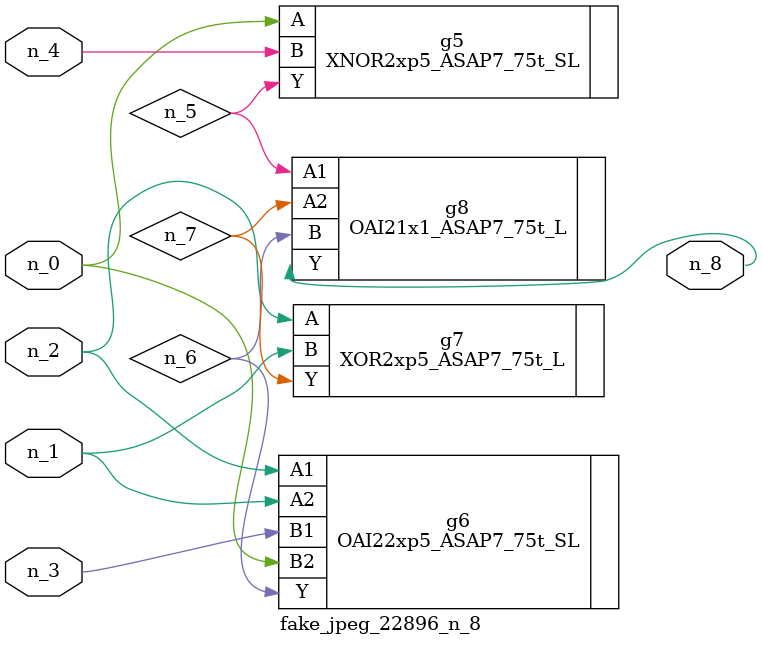
<source format=v>
module fake_jpeg_22896_n_8 (n_3, n_2, n_1, n_0, n_4, n_8);

input n_3;
input n_2;
input n_1;
input n_0;
input n_4;

output n_8;

wire n_6;
wire n_5;
wire n_7;

XNOR2xp5_ASAP7_75t_SL g5 ( 
.A(n_0),
.B(n_4),
.Y(n_5)
);

OAI22xp5_ASAP7_75t_SL g6 ( 
.A1(n_2),
.A2(n_1),
.B1(n_3),
.B2(n_0),
.Y(n_6)
);

XOR2xp5_ASAP7_75t_L g7 ( 
.A(n_2),
.B(n_1),
.Y(n_7)
);

OAI21x1_ASAP7_75t_L g8 ( 
.A1(n_5),
.A2(n_7),
.B(n_6),
.Y(n_8)
);


endmodule
</source>
